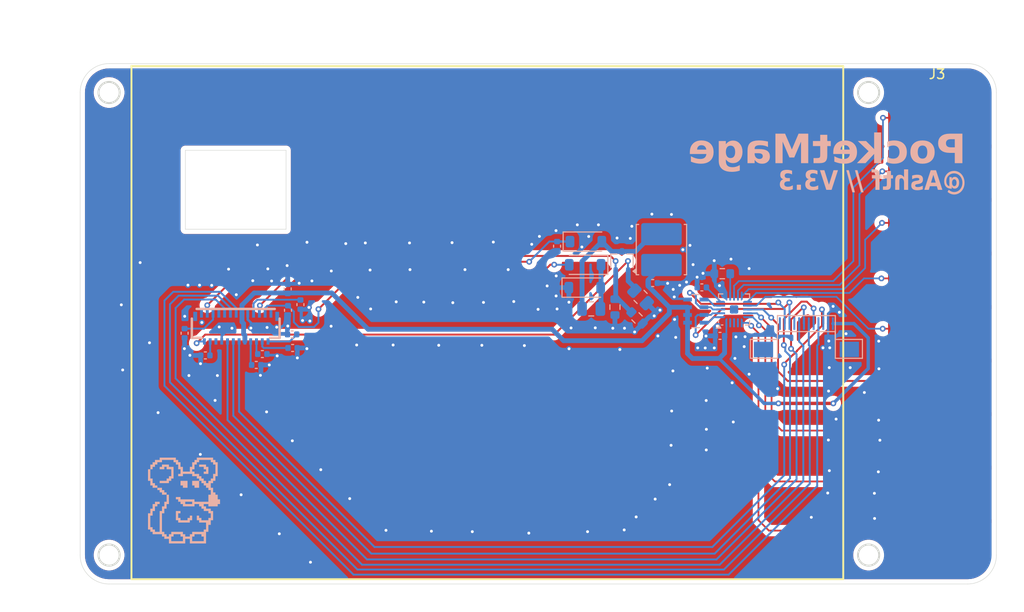
<source format=kicad_pcb>
(kicad_pcb (version 20241229) (generator "pcbnew") (generator_version "9.0")
  (layers (0 "F.Cu" signal) (2 "B.Cu" signal) (13 "F.Paste" user) (15 "B.Paste" user) (5 "F.SilkS" user "F.Silkscreen") (7 "B.SilkS" user "B.Silkscreen") (1 "F.Mask" user) (3 "B.Mask" user) (25 "Edge.Cuts" user))
  (net 0 "")
  (net 1 "GND")
  (net 2 "Net-(C1-Pad1)")
  (net 3 "Net-(C2-Pad2)")
  (net 5 "Net-(C4-Pad2)")
  (net 6 "Net-(C5-Pad1)")
  (net 7 "Net-(C6-Pad2)")
  (net 8 "Net-(C7-Pad2)")
  (net 9 "PREVGL")
  (net 10 "/VCOM")
  (net 11 "PREVGH")
  (net 12 "Net-(D1-K)")
  (net 13 "Net-(D3-A)")
  (net 14 "+3.3V")
  (net 15 "Net-(U1-VREG)")
  (net 16 "Net-(J3-Pin_4)")
  (net 17 "Net-(J3-Pin_9)")
  (net 18 "Net-(J3-Pin_6)")
  (net 19 "Net-(J3-Pin_8)")
  (net 20 "Net-(J3-Pin_7)")
  (net 21 "Net-(J3-Pin_5)")
  (net 25 "CS")
  (net 28 "RESE")
  (net 30 "D{slash}C")
  (net 31 "GDR")
  (net 33 "SDI")
  (net 34 "BUSY")
  (net 35 "SCLK")
  (net 36 "RES")
  (net 38 "Net-(J3-Pin_3)")
  (net 39 "Net-(J3-Pin_2)")
  (net 40 "Net-(J3-Pin_1)")
  (net 43 "I2C_SDA")
  (net 44 "I2C_SCL")
  (net 45 "Net-(U1-REXT)")
  (net 46 "Net-(RN1-R4.1)")
  (net 47 "Net-(RN1-R1.1)")
  (footprint "TouchSlider:TouchSlider-9_50x10mm" (layer "F.Cu") (at 122.46 103.648614 -90)
    (property "Reference" "J3")
    (property "Value" "CapacitiveTouch")
  )
  (footprint "Capacitor_SMD:C_0402_1005Metric" (layer "B.Cu") (at 46.66 107.09 180)
    (property "Reference" "C1" (hide yes))
    (property "Value" "1uF")
  )
  (footprint "Resistor_SMD:R_0603_1608Metric" (layer "B.Cu") (at 91.42 103.2 -45)
    (property "Reference" "R4" (hide yes))
    (property "Value" "1R")
  )
  (footprint "Resistor_SMD:R_0603_1608Metric" (layer "B.Cu") (at 100.2575 98.6125)
    (property "Reference" "R3" (hide yes))
    (property "Value" "75k")
  )
  (footprint "Capacitor_SMD:C_0402_1005Metric" (layer "B.Cu") (at 56.52 101.82 -90)
    (property "Reference" "C5" (hide yes))
    (property "Value" "1uF")
  )
  (footprint "Package_TO_SOT_SMD:SOT-323_SC-70" (layer "B.Cu") (at 89.8575 97.3025 90)
    (property "Reference" "Q1" (hide yes))
    (property "Value" "Si1308EDL")
  )
  (footprint "Capacitor_SMD:C_0402_1005Metric" (layer "B.Cu") (at 83.13 95.7525 90)
    (property "Reference" "C10" (hide yes))
    (property "Value" "1uF")
  )
  (footprint "Capacitor_SMD:C_0402_1005Metric" (layer "B.Cu") (at 55.2 100.19 -90)
    (property "Reference" "C3" (hide yes))
    (property "Value" "1uF")
  )
  (footprint "Resistor_SMD:R_0805_2012Metric" (layer "B.Cu") (at 91.79 101.02 -45)
    (property "Reference" "R2" (hide yes))
    (property "Value" "10k")
  )
  (footprint "Resistor_SMD:R_Array_Concave_4x0603" (layer "B.Cu") (at 97.5075 102.4925 180)
    (property "Reference" "RN1" (hide yes))
    (property "Value" "4x10k")
  )
  (footprint "Inductor_SMD:L_Cenker_CKCS5020" (layer "B.Cu") (at 93.95 96.11 90)
    (property "Reference" "L1" (hide yes))
    (property "Value" "10uH")
  )
  (footprint "Capacitor_SMD:C_0805_2012Metric" (layer "B.Cu") (at 86.67 102.2625 180)
    (property "Reference" "C11" (hide yes))
    (property "Value" "4.7uF")
  )
  (footprint "Capacitor_SMD:C_0402_1005Metric" (layer "B.Cu") (at 55.66 104.91)
    (property "Reference" "C9" (hide yes))
    (property "Value" "1uF")
  )
  (footprint "Capacitor_SMD:C_0402_1005Metric" (layer "B.Cu") (at 44.51 104.79 90)
    (property "Reference" "C2" (hide yes))
    (property "Value" "4.7uF")
  )
  (footprint "AFC01-S12FCA-00:AFC01-S12FCA-00" (layer "B.Cu") (at 108.98 103.79 180)
    (property "Reference" "J4" (hide yes))
    (property "Value" "Conn_01x12_Pin")
  )
  (footprint "LOGO" (layer "B.Cu") (at 44.505 122.175 180)
    (property "Reference" "G***" (hide yes))
    (property "Value" "LOGO" (hide yes))
  )
  (footprint "Capacitor_SMD:C_0402_1005Metric" (layer "B.Cu") (at 93.05 99.5825)
    (property "Reference" "C12" (hide yes))
    (property "Value" "4.7uF")
  )
  (footprint "Capacitor_SMD:C_0402_1005Metric" (layer "B.Cu") (at 100.02 105.0625 180)
    (property "Reference" "C14" (hide yes))
    (property "Value" "0.1uF")
  )
  (footprint "Capacitor_SMD:C_0402_1005Metric" (layer "B.Cu") (at 55.23 102.41 -90)
    (property "Reference" "C8" (hide yes))
    (property "Value" "1uF")
  )
  (footprint "Diode_SMD:D_SOD-123" (layer "B.Cu") (at 86.12 95.2825)
    (property "Reference" "D3" (hide yes))
    (property "Value" "MBR0530")
  )
  (footprint "Package_DFN_QFN:UQFN-20_3x3mm_P0.4mm" (layer "B.Cu") (at 101.48 102.3225)
    (property "Reference" "U1" (hide yes))
    (property "Value" "MPR121QR2")
  )
  (footprint "Capacitor_SMD:C_0402_1005Metric" (layer "B.Cu") (at 98.1375 100.0325 180)
    (property "Reference" "C13" (hide yes))
    (property "Value" "0.1uF")
  )
  (footprint "AFE03-S25FMA-1H:AFE03-S25FMA-1H" (layer "B.Cu") (at 49.86 104.20635)
    (property "Reference" "J2" (hide yes))
    (property "Value" "~")
  )
  (footprint "Resistor_SMD:R_0603_1608Metric" (layer "B.Cu") (at 89.13 102.08 -90)
    (property "Reference" "R1" (hide yes))
    (property "Value" "1R")
  )
  (footprint "Capacitor_SMD:C_0402_1005Metric" (layer "B.Cu") (at 51.94 108.08 180)
    (property "Reference" "C4" (hide yes))
    (property "Value" "1uF")
  )
  (footprint "Capacitor_SMD:C_0402_1005Metric" (layer "B.Cu") (at 55.71 106.32 180)
    (property "Reference" "C7" (hide yes))
    (property "Value" "1uF")
  )
  (footprint "Capacitor_SMD:C_0402_1005Metric" (layer "B.Cu") (at 52.57 106.95 180)
    (property "Reference" "C6" (hide yes))
    (property "Value" "1uF")
  )
  (footprint "Diode_SMD:D_SOD-123" (layer "B.Cu") (at 86 100.0525)
    (property "Reference" "D2" (hide yes))
    (property "Value" "MBR0530")
  )
  (footprint "Diode_SMD:D_SOD-123" (layer "B.Cu") (at 86.0375 97.6825 180)
    (property "Reference" "D1" (hide yes))
    (property "Value" "MBR0530")
  )
  (gr_poly (pts (xy 54.83 103.76) (xy 54.91 103.4) (xy 54.94 102.71) (xy 55.42 102.73) (xy 55.42 103.07) (xy 55.42 103.83) (xy 55.28 104.15)) (stroke (width 0.2)) (fill yes) (layer "B.Cu") (net 1))
  (gr_poly (pts (xy 82.28 96.31) (xy 82.2 96.36) (xy 82.77 96.06) (xy 83.4 96.06) (xy 83.39 96.45) (xy 82.74 96.86) (xy 82.09 97.03)) (stroke (width 0.2)) (fill yes) (layer "B.Cu") (net 1))
  (gr_poly (pts (xy 100.38 99.89) (xy 100.67 100.53) (xy 100.67 101.21) (xy 100.3 101) (xy 99.96 100.42) (xy 100.11 99.89)) (stroke (width 0.2)) (fill yes) (layer "B.Cu") (net 1))
  (gr_rect (start 39 77.07) (end 112.8 130.31) (stroke (width 0.2)) (fill no) (layer "F.SilkS"))
  (gr_circle (center 36.68 79.81) (end 37.78 79.81) (stroke (width 0.2)) (fill no) (layer "Edge.Cuts"))
  (gr_line (start 125.68 130.81) (end 36.68 130.81) (stroke (width 0.05)) (layer "Edge.Cuts"))
  (gr_line (start 44.5902 85.81) (end 44.5902 94) (stroke (width 0.05)) (layer "Edge.Cuts"))
  (gr_line (start 36.68 76.81) (end 52.64 76.81) (stroke (width 0.05)) (layer "Edge.Cuts"))
  (gr_line (start 33.68 127.81) (end 33.68 79.81) (stroke (width 0.05)) (layer "Edge.Cuts"))
  (gr_arc (start 33.68 79.81) (mid 34.55868 77.68868) (end 36.68 76.81) (stroke (width 0.05)) (layer "Edge.Cuts"))
  (gr_line (start 128.68 79.81) (end 128.68 127.81) (stroke (width 0.05)) (layer "Edge.Cuts"))
  (gr_circle (center 115.43 79.81) (end 116.53 79.81) (stroke (width 0.2)) (fill no) (layer "Edge.Cuts"))
  (gr_line (start 55.0302 85.81) (end 55.0302 94) (stroke (width 0.05)) (layer "Edge.Cuts"))
  (gr_arc (start 125.68 76.81) (mid 127.80132 77.68868) (end 128.68 79.81) (stroke (width 0.05)) (layer "Edge.Cuts"))
  (gr_arc (start 36.68 130.81) (mid 34.55868 129.93132) (end 33.68 127.81) (stroke (width 0.05)) (layer "Edge.Cuts"))
  (gr_circle (center 115.43 127.81) (end 116.53 127.81) (stroke (width 0.2)) (fill no) (layer "Edge.Cuts"))
  (gr_arc (start 128.68 127.81) (mid 127.80132 129.93132) (end 125.68 130.81) (stroke (width 0.05)) (layer "Edge.Cuts"))
  (gr_line (start 44.5902 85.81) (end 55.0302 85.81) (stroke (width 0.05)) (layer "Edge.Cuts"))
  (gr_circle (center 36.68 127.81) (end 37.78 127.81) (stroke (width 0.2)) (fill no) (layer "Edge.Cuts"))
  (gr_line (start 52.64 76.81) (end 125.68 76.81) (stroke (width 0.05)) (layer "Edge.Cuts"))
  (gr_line (start 44.5902 94) (end 55.0302 94) (stroke (width 0.05)) (layer "Edge.Cuts"))
  (gr_text "PocketMage" (at 125.54 87.65 0) (layer "B.SilkS") (effects (font (size 3 3) (thickness 0.3) (bold yes)) (justify left bottom mirror)))
  (gr_text "@Ashtf // V3.3" (at 125.54 90.25 0) (layer "B.SilkS") (effects (font (size 2 1.75) (thickness 0.25) (bold yes)) (justify left bottom mirror)))
  (via (at 53.14 98.11) (size 0.6) (drill 0.3) (layers "F.Cu" "B.Cu") (net 1))
  (via (at 94.99 92.46) (size 0.6) (drill 0.3) (layers "F.Cu" "B.Cu") (net 1))
  (via (at 66.13 106.01) (size 0.6) (drill 0.3) (layers "F.Cu" "B.Cu") (net 1))
  (via (at 83.02 94.14) (size 0.6) (drill 0.3) (layers "F.Cu" "B.Cu") (net 1))
  (via (at 74.34 125.38) (size 0.6) (drill 0.3) (layers "F.Cu" "B.Cu") (net 1))
  (via (at 73.58 98.19) (size 0.6) (drill 0.3) (layers "F.Cu" "B.Cu") (net 1))
  (via (at 75.5 101.59) (size 0.6) (drill 0.3) (layers "F.Cu" "B.Cu") (net 1))
  (via (at 90.12 104.27) (size 0.6) (drill 0.3) (layers "F.Cu" "B.Cu") (net 1))
  (via (at 54.06 104.16) (size 0.6) (drill 0.3) (layers "F.Cu" "B.Cu") (net 1))
  (via (at 46.16 107.95) (size 0.6) (drill 0.3) (layers "F.Cu" "B.Cu") (net 1))
  (via (at 52.06 95.63) (size 0.6) (drill 0.3) (layers "F.Cu" "B.Cu") (net 1))
  (via (at 63.74 98.23) (size 0.6) (drill 0.3) (layers "F.Cu" "B.Cu") (net 1))
  (via (at 98.61 114.76) (size 0.6) (drill 0.3) (layers "F.Cu" "B.Cu") (net 1))
  (via (at 98.6 116.9) (size 0.6) (drill 0.3) (layers "F.Cu" "B.Cu") (net 1))
  (via (at 88.91 104.27) (size 0.6) (drill 0.3) (layers "F.Cu" "B.Cu") (net 1))
  (via (at 84.36 101.57) (size 0.6) (drill 0.3) (layers "F.Cu" "B.Cu") (net 1))
  (via (at 111.35 108.36) (size 0.6) (drill 0.3) (layers "F.Cu" "B.Cu") (net 1))
  (via (at 46.14 117.36) (size 0.6) (drill 0.3) (layers "F.Cu" "B.Cu") (net 1))
  (via (at 54.33 125.6) (size 0.6) (drill 0.3) (layers "F.Cu" "B.Cu") (net 1))
  (via (at 111.75 102) (size 0.6) (drill 0.3) (layers "F.Cu" "B.Cu") (net 1))
  (via (at 96.17 96.12) (size 0.6) (drill 0.3) (layers "F.Cu" "B.Cu") (net 1))
  (via (at 96.55 99.48) (size 0.6) (drill 0.3) (layers "F.Cu" "B.Cu") (net 1))
  (via (at 46.3 103.67) (size 0.6) (drill 0.3) (layers "F.Cu" "B.Cu") (net 1))
  (via (at 89.64 106.48) (size 0.6) (drill 0.3) (layers "F.Cu" "B.Cu") (net 1))
  (via (at 90.72 94.95) (size 0.6) (drill 0.3) (layers "F.Cu" "B.Cu") (net 1))
  (via (at 80.2 125.53) (size 0.6) (drill 0.3) (layers "F.Cu" "B.Cu") (net 1))
  (via (at 81.16 102.31) (size 0.6) (drill 0.3) (layers "F.Cu" "B.Cu") (net 1))
  (via (at 47.67 111.76) (size 0.6) (drill 0.3) (layers "F.Cu" "B.Cu") (net 1))
  (via (at 49.42 104.27) (size 0.6) (drill 0.3) (layers "F.Cu" "B.Cu") (net 1))
  (via (at 53.53 99.37) (size 0.6) (drill 0.3) (layers "F.Cu" "B.Cu") (net 1))
  (via (at 37.95 101.84) (size 0.6) (drill 0.3) (layers "F.Cu" "B.Cu") (net 1))
  (via (at 67.83 95.42) (size 0.6) (drill 0.3) (layers "F.Cu" "B.Cu") (net 1))
  (via (at 90.88 93.69) (size 0.6) (drill 0.3) (layers "F.Cu" "B.Cu") (net 1))
  (via (at 44.86 99.8) (size 0.6) (drill 0.3) (layers "F.Cu" "B.Cu") (net 1))
  (via (at 98.49 106.32) (size 0.6) (drill 0.3) (layers "F.Cu" "B.Cu") (net 1))
  (via (at 116.47 113.81) (size 0.6) (drill 0.3) (layers "F.Cu" "B.Cu") (net 1))
  (via (at 113.09 104.84) (size 0.6) (drill 0.3) (layers "F.Cu" "B.Cu") (net 1))
  (via (at 85.7 95.84) (size 0.6) (drill 0.3) (layers "F.Cu" "B.Cu") (net 1))
  (via (at 97.71 106.31) (size 0.6) (drill 0.3) (layers "F.Cu" "B.Cu") (net 1))
  (via (at 65.39 125.24) (size 0.6) (drill 0.3) (layers "F.Cu" "B.Cu") (net 1))
  (via (at 98.26 98.57) (size 0.6) (drill 0.3) (layers "F.Cu" "B.Cu") (net 1))
  (via (at 49.87 100.79) (size 0.6) (drill 0.3) (layers "F.Cu" "B.Cu") (net 1))
  (via (at 93.8 102.39) (size 0.6) (drill 0.3) (layers "F.Cu" "B.Cu") (net 1))
  (via (at 99.43 106.32) (size 0.6) (drill 0.3) (layers "F.Cu" "B.Cu") (net 1))
  (via (at 70.1 125.33) (size 0.6) (drill 0.3) (layers "F.Cu" "B.Cu") (net 1))
  (via (at 84.58 104.24) (size 0.6) (drill 0.3) (layers "F.Cu" "B.Cu") (net 1))
  (via (at 111.3 105.6) (size 0.6) (drill 0.3) (layers "F.Cu" "B.Cu") (net 1))
  (via (at 51.58 99.34) (size 0.6) (drill 0.3) (layers "F.Cu" "B.Cu") (net 1))
  (via (at 95.43 105.22) (size 0.6) (drill 0.3) (layers "F.Cu" "B.Cu") (net 1))
  (via (at 59.72 98.33) (size 0.6) (drill 0.3) (layers "F.Cu" "B.Cu") (net 1))
  (via (at 84.37 106.4) (size 0.6) (drill 0.3) (layers "F.Cu" "B.Cu") (net 1))
  (via (at 57.4 102.11) (size 0.6) (drill 0.3) (layers "F.Cu" "B.Cu") (net 1))
  (via (at 69.31 101.56) (size 0.6) (drill 0.3) (layers "F.Cu" "B.Cu") (net 1))
  (via (at 76.52 95.33) (size 0.6) (drill 0.3) (layers "F.Cu" "B.Cu") (net 1))
  (via (at 39.9 97.46) (size 0.6) (drill 0.3) (layers "F.Cu" "B.Cu") (net 1))
  (via (at 57.19 106.39) (size 0.6) (drill 0.3) (layers "F.Cu" "B.Cu") (net 1))
  (via (at 95.17 100.24) (size 0.6) (drill 0.3) (layers "F.Cu" "B.Cu") (net 1))
  (via (at 49.07 98.14) (size 0.6) (drill 0.3) (layers "F.Cu" "B.Cu") (net 1))
  (via (at 51.38 104.255603) (size 0.6) (drill 0.3) (layers "F.Cu" "B.Cu") (net 1))
  (via (at 86.29 125.38) (size 0.6) (drill 0.3) (layers "F.Cu" "B.Cu") (net 1))
  (via (at 86.41 94.75) (size 0.6) (drill 0.3) (layers "F.Cu" "B.Cu") (net 1))
  (via (at 79.74 106.07) (size 0.6) (drill 0.3) (layers "F.Cu" "B.Cu") (net 1))
  (via (at 87.42 93.54) (size 0.6) (drill 0.3) (layers "F.Cu" "B.Cu") (net 1))
  (via (at 47.91 109.18) (size 0.6) (drill 0.3) (layers "F.Cu" "B.Cu") (net 1))
  (via (at 56.2 107.35) (size 0.6) (drill 0.3) (layers "F.Cu" "B.Cu") (net 1))
  (via (at 101.28 109.93) (size 0.6) (drill 0.3) (layers "F.Cu" "B.Cu") (net 1))
  (via (at 116.03 121.4) (size 0.6) (drill 0.3) (layers "F.Cu" "B.Cu") (net 1))
  (via (at 98.7 108.41) (size 0.6) (drill 0.3) (layers "F.Cu" "B.Cu") (net 1))
  (via (at 89.35 94.91) (size 0.6) (drill 0.3) (layers "F.Cu" "B.Cu") (net 1))
  (via (at 48.1 104.14) (size 0.6) (drill 0.3) (layers "F.Cu" "B.Cu") (net 1))
  (via (at 91.17 104.66) (size 0.6) (drill 0.3) (layers "F.Cu" "B.Cu") (net 1))
  (via (at 61.22 95.49) (size 0.6) (drill 0.3) (layers "F.Cu" "B.Cu") (net 1))
  (via (at 111.26 115.87) (size 0.6) (drill 0.3) (layers "F.Cu" "B.Cu") (net 1))
  (via (at 45.06 107.08) (size 0.6) (drill 0.3) (layers "F.Cu" "B.Cu") (net 1))
  (via (at 59.7 104.06) (size 0.6) (drill 0.3) (layers "F.Cu" "B.Cu") (net 1))
  (via (at 58.63 118.95) (size 0.6) (drill 0.3) (layers "F.Cu" "B.Cu") (net 1))
  (via (at 116.44 119.17) (size 0.6) (drill 0.3) (layers "F.Cu" "B.Cu") (net 1))
  (via (at 93.58 105.07) (size 0.6) (drill 0.3) (layers "F.Cu" "B.Cu") (net 1))
  (via (at 91.33 123.85) (size 0.6) (drill 0.3) (layers "F.Cu" "B.Cu") (net 1))
  (via (at 111.19 121.37) (size 0.6) (drill 0.3) (layers "F.Cu" "B.Cu") (net 1))
  (via (at 97.23 97.67) (size 0.6) (drill 0.3) (layers "F.Cu" "B.Cu") (net 1))
  (via (at 95.14 108.7) (size 0.6) (drill 0.3) (layers "F.Cu" "B.Cu") (net 1))
  (via (at 95.84 99.82) (size 0.6) (drill 0.3) (layers "F.Cu" "B.Cu") (net 1))
  (via (at 113.52 108.36) (size 0.6) (drill 0.3) (layers "F.Cu" "B.Cu") (net 1))
  (via (at 101.57 107.4) (size 0.6) (drill 0.3) (layers "F.Cu" "B.Cu") (net 1))
  (via (at 66.45 101.53) (size 0.6) (drill 0.3) (layers "F.Cu" "B.Cu") (net 1))
  (via (at 57.56 128.55) (size 0.6) (drill 0.3) (layers "F.Cu" "B.Cu") (net 1))
  (via (at 116.6 115.89) (size 0.6) (drill 0.3) (layers "F.Cu" "B.Cu") (net 1))
  (via (at 96.91 95.67) (size 0.6) (drill 0.3) (layers "F.Cu" "B.Cu") (net 1))
  (via (at 54.11 107.14) (size 0.6) (drill 0.3) (layers "F.Cu" "B.Cu") (net 1))
  (via (at 62.47 101.07) (size 0.6) (drill 0.3) (layers "F.Cu" "B.Cu") (net 1))
  (via (at 101.4 114) (size 0.6) (drill 0.3) (layers "F.Cu" "B.Cu") (net 1))
  (via (at 116.48 105.61) (size 0.6) (drill 0.3) (layers "F.Cu" "B.Cu") (net 1))
  (via (at 101.16 97.1) (size 0.6) (drill 0.3) (layers "F.Cu" "B.Cu") (net 1))
  (via (at 114.99 110.94) (size 0.6) (drill 0.3) (layers "F.Cu" "B.Cu") (net 1))
  (via (at 99.74 104.04) (size 0.6) (drill 0.3) (layers "F.Cu" "B.Cu") (net 1))
  (via (at 94.59 99.61) (size 0.6) (drill 0.3) (layers "F.Cu" "B.Cu") (net 1))
  (via (at 62.35 106.01) (size 0.6) (drill 0.3) (layers "F.Cu" "B.Cu") (net 1))
  (via (at 94.95 116.42) (size 0.6) (drill 0.3) (layers "F.Cu" "B.Cu") (net 1))
  (via (at 102.53 106.18) (size 0.6) (drill 0.3) (layers "F.Cu" "B.Cu") (net 1))
  (via (at 83.03 100.92) (size 0.6) (drill 0.3) (layers "F.Cu" "B.Cu") (net 1))
  (via (at 103.04 98.08) (size 0.6) (drill 0.3) (layers "F.Cu" "B.Cu") (net 1))
  (via (at 72.32 101.62) (size 0.6) (drill 0.3) (layers "F.Cu" "B.Cu") (net 1))
  (via (at 110.7 106.3) (size 0.6) (drill 0.3) (layers "F.Cu" "B.Cu") (net 1))
  (via (at 99.97 99.85) (size 0.6) (drill 0.3) (layers "F.Cu" "B.Cu") (net 1))
  (via (at 82.1 99.88) (size 0.6) (drill 0.3) (layers "F.Cu" "B.Cu") (net 1))
  (via (at 99.42 97.26) (size 0.6) (drill 0.3) (layers "F.Cu" "B.Cu") (net 1))
  (via (at 80.5 95.56) (size 0.6) (drill 0.3) (layers "F.Cu" "B.Cu") (net 1))
  (via (at 53.01 112.95) (size 0.6) (drill 0.3) (layers "F.Cu" "B.Cu") (net 1))
  (via (at 116.5 108.48) (size 0.6) (drill 0.3) (layers "F.Cu" "B.Cu") (net 1))
  (via (at 41.76 113.03) (size 0.6) (drill 0.3) (layers "F.Cu" "B.Cu") (net 1))
  (via (at 55.14 97.77) (size 0.6) (drill 0.3) (layers "F.Cu" "B.Cu") (net 1))
  (via (at 78.64 101.5) (size 0.6) (drill 0.3) (layers "F.Cu" "B.Cu") (net 1))
  (via (at 44.52 103.03) (size 0.6) (drill 0.3) (layers "F.Cu" "B.Cu") (net 1))
  (via (at 63.25 95.42) (size 0.6) (drill 0.3) (layers "F.Cu" "B.Cu") (net 1))
  (via (at 97.65 98.97) (size 0.6) (drill 0.3) (layers "F.Cu" "B.Cu") (net 1))
  (via (at 83.13 102.27) (size 0.6) (drill 0.3) (layers "F.Cu" "B.Cu") (net 1))
  (via (at 44.49 106.39) (size 0.6) (drill 0.3) (layers "F.Cu" "B.Cu") (net 1))
  (via (at 95.28 101.02) (size 0.6) (drill 0.3) (layers "F.Cu" "B.Cu") (net 1))
  (via (at 46.06 99.8) (size 0.6) (drill 0.3) (layers "F.Cu" "B.Cu") (net 1))
  (via (at 55.68 115.95) (size 0.6) (drill 0.3) (layers "F.Cu" "B.Cu") (net 1))
  (via (at 106 110.54) (size 0.6) (drill 0.3) (layers "F.Cu" "B.Cu") (net 1))
  (via (at 70.86 106.04) (size 0.6) (drill 0.3) (layers "F.Cu" "B.Cu") (net 1))
  (via (at 112.4 102.61) (size 0.6) (drill 0.3) (layers "F.Cu" "B.Cu") (net 1))
  (via (at 75.33 106.04) (size 0.6) (drill 0.3) (layers "F.Cu" "B.Cu") (net 1))
  (via (at 53.06 104.19) (size 0.6) (drill 0.3) (layers "F.Cu" "B.Cu") (net 1))
  (via (at 87.09 104.23) (size 0.6) (drill 0.3) (layers "F.Cu" "B.Cu") (net 1))
  (via (at 116.05 124.01) (size 0.6) (drill 0.3) (layers "F.Cu" "B.Cu") (net 1))
  (via (at 111.28 110.79) (size 0.6) (drill 0.3) (layers "F.Cu" "B.Cu") (net 1))
  (via (at 92.96 92.43) (size 0.6) (drill 0.3) (layers "F.Cu" "B.Cu") (net 1))
  (via (at 50.37 121.55) (size 0.6) (drill 0.3) (layers "F.Cu" "B.Cu") (net 1))
  (via (at 111.4 106.3) (size 0.6) (drill 0.3) (layers "F.Cu" "B.Cu") (net 1))
  (via (at 95.31 103.36) (size 0.6) (drill 0.3) (layers "F.Cu" "B.Cu") (net 1))
  (via (at 78.06 98.19) (size 0.6) (drill 0.3) (layers "F.Cu" "B.Cu") (net 1))
  (via (at 44.96 109.18) (size 0.6) (drill 0.3) (layers "F.Cu" "B.Cu") (net 1))
  (via (at 61.63 121.95) (size 0.6) (drill 0.3) (layers "F.Cu" "B.Cu") (net 1))
  (via (at 57.5 103.52) (size 0.6) (drill 0.3) (layers "F.Cu" "B.Cu") (net 1))
  (via (at 109.49 123.89) (size 0.6) (drill 0.3) (layers "F.Cu" "B.Cu") (net 1))
  (via (at 56.39 99.6) (size 0.6) (drill 0.3) (layers "F.Cu" "B.Cu") (net 1))
  (via (at 101.67 105.17) (size 0.6) (drill 0.3) (layers "F.Cu" "B.Cu") (net 1))
  (via (at 40.87 105.78) (size 0.6) (drill 0.3) (layers "F.Cu" "B.Cu") (net 1))
  (via (at 83.04 98.84) (size 0.6) (drill 0.3) (layers "F.Cu" "B.Cu") (net 1))
  (via (at 56.74 103.47) (size 0.6) (drill 0.3) (layers "F.Cu" "B.Cu") (net 1))
  (via (at 94.8 120.5) (size 0.6) (drill 0.3) (layers "F.Cu" "B.Cu") (net 1))
  (via (at 95.01 112.86) (size 0.6) (drill 0.3) (layers "F.Cu" "B.Cu") (net 1))
  (via (at 52.37 109.16) (size 0.6) (drill 0.3) (layers "F.Cu" "B.Cu") (net 1))
  (via (at 67.88 98.19) (size 0.6) (drill 0.3) (layers "F.Cu" "B.Cu") (net 1))
  (via (at 93.2 102.99) (size 0.6) (drill 0.3) (layers "F.Cu" "B.Cu") (net 1))
  (via (at 112.06 113.7) (size 0.6) (drill 0.3) (layers "F.Cu" "B.Cu") (net 1))
  (via (at 85.23 93.54) (size 0.6) (drill 0.3) (layers "F.Cu" "B.Cu") (net 1))
  (via (at 102.62 105.15) (size 0.6) (drill 0.3) (layers "F.Cu" "B.Cu") (net 1))
  (via (at 98.57 105.08) (size 0.6) (drill 0.3) (layers "F.Cu" "B.Cu") (net 1))
  (via (at 53.29 108.08) (size 0.6) (drill 0.3) (layers "F.Cu" "B.Cu") (net 1))
  (via (at 111.36 119.05) (size 0.6) (drill 0.3) (layers "F.Cu" "B.Cu") (net 1))
  (via (at 103.04 109.04) (size 0.6) (drill 0.3) (layers "F.Cu" "B.Cu") (net 1))
  (via (at 57.71 99.36) (size 0.6) (drill 0.3) (layers "F.Cu" "B.Cu") (net 1))
  (via (at 98.59 111.77) (size 0.6) (drill 0.3) (layers "F.Cu" "B.Cu") (net 1))
  (via (at 90.09 125.2) (size 0.6) (drill 0.3) (layers "F.Cu" "B.Cu") (net 1))
  (via (at 55.21 104.04) (size 0.6) (drill 0.3) (layers "F.Cu" "B.Cu") (net 1))
  (via (at 57.2 95.35) (size 0.6) (drill 0.3) (layers "F.Cu" "B.Cu") (net 1))
  (via (at 47.32 99.82) (size 0.6) (drill 0.3) (layers "F.Cu" "B.Cu") (net 1))
  (via (at 72.24 95.39) (size 0.6) (drill 0.3) (layers "F.Cu" "B.Cu") (net 1))
  (via (at 93.3 122) (size 0.6) (drill 0.3) (layers "F.Cu" "B.Cu") (net 1))
  (via (at 63.8 102.27) (size 0.6) (drill 0.3) (layers "F.Cu" "B.Cu") (net 1))
  (via (at 81.3 94.74) (size 0.6) (drill 0.3) (layers "F.Cu" "B.Cu") (net 1))
  (via (at 38.09 108.6) (size 0.6) (drill 0.3) (layers "F.Cu" "B.Cu") (net 1))
  (segment (start 111.23 103.79) (end 111.23 105.27) (width 0.25) (layer "B.Cu") (net 1))
  (segment (start 48.3603 105.64365) (end 48.3603 105.06865) (width 0.25) (layer "B.Cu") (net 1))
  (segment (start 111.23 103.79) (end 111.23 102.77) (width 0.25) (layer "B.Cu") (net 1))
  (segment (start 49.15895 104.27) (end 49.42 104.27) (width 0.25) (layer "B.Cu") (net 1))
  (segment (start 51.38 103.68835) (end 51.0603 103.36865) (width 0.25) (layer "B.Cu") (net 1))
  (segment (start 51.38 104.255603) (end 51.38 103.68835) (width 0.25) (layer "B.Cu") (net 1))
  (segment (start 48.3603 105.06865) (end 49.15895 104.27) (width 0.25) (layer "B.Cu") (net 1))
  (segment (start 51.0603 103.36865) (end 51.0603 102.76855) (width 0.25) (layer "B.Cu") (net 1))
  (segment (start 111.23 105.27) (end 111.2 105.3) (width 0.25) (layer "B.Cu") (net 1))
  (segment (start 111.23 102.77) (end 111.6 102.4) (width 0.25) (layer "B.Cu") (net 1))
  (segment (start 47.1601 107.0699) (end 47.14 107.09) (width 0.2) (layer "B.Cu") (net 2))
  (segment (start 47.1601 105.64365) (end 47.1601 107.0699) (width 0.2) (layer "B.Cu") (net 2))
  (segment (start 46.51865 104.31) (end 44.51 104.31) (width 0.2) (layer "B.Cu") (net 3))
  (segment (start 47.4601 103.36855) (end 46.51865 104.31) (width 0.2) (layer "B.Cu") (net 3))
  (segment (start 47.4601 102.76855) (end 47.4601 103.36855) (width 0.2) (layer "B.Cu") (net 3))
  (segment (start 51.3603 105.64365) (end 51.3603 107.9803) (width 0.2) (layer "B.Cu") (net 5))
  (segment (start 51.3603 107.9803) (end 51.46 108.08) (width 0.2) (layer "B.Cu") (net 5))
  (segment (start 52.05 101.31) (end 56.69 101.31) (width 0.2) (layer "B.Cu") (net 6))
  (segment (start 51.6602 102.76855) (end 51.6602 101.6998) (width 0.2) (layer "B.Cu") (net 6))
  (segment (start 56.69 101.31) (end 56.7 101.32) (width 0.2) (layer "B.Cu") (net 6))
  (segment (start 51.6602 101.6998) (end 52.05 101.31) (width 0.2) (layer "B.Cu") (net 6))
  (segment (start 51.9599 105.64385) (end 51.9599 106.8199) (width 0.2) (layer "B.Cu") (net 7))
  (segment (start 51.9599 106.8199) (end 52.09 106.95) (width 0.2) (layer "B.Cu") (net 7))
  (segment (start 52.5601 106.16915) (end 52.71095 106.32) (width 0.2) (layer "B.Cu") (net 8))
  (segment (start 52.71095 106.32) (end 55.23 106.32) (width 0.2) (layer "B.Cu") (net 8))
  (segment (start 52.5601 105.64415) (end 52.5601 106.16915) (width 0.2) (layer "B.Cu") (net 8))
  (segment (start 82.434314 97.67) (end 80.964314 99.14) (width 0.2) (layer "F.Cu") (net 9))
  (segment (start 80.964314 99.14) (end 61.539341 99.14) (width 0.2) (layer "F.Cu") (net 9))
  (segment (start 61.539341 99.14) (end 58.389341 102.29) (width 0.2) (layer "F.Cu") (net 9))
  (segment (start 82.83 97.67) (end 82.434314 97.67) (width 0.2) (layer "F.Cu") (net 9))
  (via (at 82.83 97.67) (size 0.6) (drill 0.3) (layers "F.Cu" "B.Cu") (net 9))
  (via (at 58.389341 102.29) (size 0.6) (drill 0.3) (layers "F.Cu" "B.Cu") (net 9))
  (segment (start 84.3875 97.6825) (end 82.8475 97.6825) (width 0.2) (layer "B.Cu") (net 9))
  (segment (start 53.09815 101.93) (end 52.8596 102.16855) (width 0.2) (layer "B.Cu") (net 9))
  (segment (start 82.83 97.7) (end 82.83 97.67) (width 0.2) (layer "B.Cu") (net 9))
  (segment (start 55.23 101.93) (end 53.09815 101.93) (width 0.2) (layer "B.Cu") (net 9))
  (segment (start 58.389341 103.680659) (end 57.93 104.14) (width 0.2) (layer "B.Cu") (net 9))
  (segment (start 58.389341 102.29) (end 58.389341 103.680659) (width 0.2) (layer "B.Cu") (net 9))
  (segment (start 82.8475 97.6825) (end 82.83 97.7) (width 0.2) (layer "B.Cu") (net 9))
  (segment (start 55.84 103.64) (end 55.84 102.54) (width 0.2) (layer "B.Cu") (net 9))
  (segment (start 52.8596 102.16855) (end 52.8596 102.76855) (width 0.2) (layer "B.Cu") (net 9))
  (segment (start 57.93 104.14) (end 56.34 104.14) (width 0.2) (layer "B.Cu") (net 9))
  (segment (start 56.34 104.14) (end 55.84 103.64) (width 0.2) (layer "B.Cu") (net 9))
  (segment (start 55.84 102.54) (end 55.23 101.93) (width 0.2) (layer "B.Cu") (net 9))
  (segment (start 55.40585 105.64415) (end 56.14 104.91) (width 0.2) (layer "B.Cu") (net 10))
  (segment (start 53.1601 105.64415) (end 55.40585 105.64415) (width 0.2) (layer "B.Cu") (net 10))
  (segment (start 80.24 97.37) (end 56.858164 97.37) (width 0.2) (layer "F.Cu") (net 11))
  (segment (start 56.858164 97.37) (end 52.318165 101.909999) (width 0.2) (layer "F.Cu") (net 11))
  (via (at 52.318165 101.909999) (size 0.6) (drill 0.3) (layers "F.Cu" "B.Cu") (net 11))
  (via (at 80.24 97.37) (size 0.6) (drill 0.3) (layers "F.Cu" "B.Cu") (net 11))
  (segment (start 52.2602 101.967964) (end 52.2602 102.76855) (width 0.2) (layer "B.Cu") (net 11))
  (segment (start 82.3275 95.2725) (end 83.13 95.2725) (width 0.2) (layer "B.Cu") (net 11))
  (segment (start 80.9 96.71) (end 80.9 96.7) (width 0.2) (layer "B.Cu") (net 11))
  (segment (start 52.318165 101.909999) (end 52.2602 101.967964) (width 0.2) (layer "B.Cu") (net 11))
  (segment (start 80.9 96.7) (end 82.3275 95.2725) (width 0.2) (layer "B.Cu") (net 11))
  (segment (start 83.13 95.2725) (end 84.46 95.2725) (width 0.25) (layer "B.Cu") (net 11))
  (segment (start 80.24 97.37) (end 80.9 96.71) (width 0.2) (layer "B.Cu") (net 11))
  (segment (start 84.46 95.2725) (end 84.47 95.2825) (width 0.25) (layer "B.Cu") (net 11))
  (segment (start 87.6875 97.6825) (end 87.6875 102.195) (width 0.5) (layer "B.Cu") (net 12))
  (segment (start 87.6875 102.195) (end 87.62 102.2625) (width 0.5) (layer "B.Cu") (net 12))
  (segment (start 87.77 95.2825) (end 85.72 97.3325) (width 0.5) (layer "B.Cu") (net 13))
  (segment (start 91.2575 96.3025) (end 92.3375 95.2225) (width 0.5) (layer "B.Cu") (net 13))
  (segment (start 92.3375 95.2225) (end 93.75 95.2225) (width 0.5) (layer "B.Cu") (net 13))
  (segment (start 85.72 97.3325) (end 85.72 102.2625) (width 0.5) (layer "B.Cu") (net 13))
  (segment (start 88.79 96.3025) (end 87.77 95.2825) (width 0.5) (layer "B.Cu") (net 13))
  (segment (start 89.8575 96.3025) (end 88.79 96.3025) (width 0.5) (layer "B.Cu") (net 13))
  (segment (start 89.8575 96.3025) (end 91.2575 96.3025) (width 0.5) (layer "B.Cu") (net 13))
  (segment (start 111.77 112.07) (end 106.08 112.07) (width 0.35) (layer "F.Cu") (net 14))
  (via (at 106.08 112.07) (size 0.6) (drill 0.3) (layers "F.Cu" "B.Cu") (net 14))
  (via (at 111.77 112.07) (size 0.6) (drill 0.3) (layers "F.Cu" "B.Cu") (net 14))
  (segment (start 51.71865 100.61) (end 59.77 100.61) (width 0.5) (layer "B.Cu") (net 14))
  (segment (start 113.91 103.79) (end 115.39 105.27) (width 0.35) (layer "B.Cu") (net 14))
  (segment (start 50.7603 105.64365) (end 50.7603 104.99895) (width 0.5) (layer "B.Cu") (net 14))
  (segment (start 93.75 98.2225) (end 93.620001 98.2225) (width 0.5) (layer "B.Cu") (net 14))
  (segment (start 50.4601 102.76855) (end 50.4601 101.86855) (width 0.5) (layer "B.Cu") (net 14))
  (segment (start 83.8 105.56) (end 91.94 105.56) (width 0.5) (layer "B.Cu") (net 14))
  (segment (start 92.57 99.5325) (end 92.57 99.4025) (width 0.25) (layer "B.Cu") (net 14))
  (segment (start 92.57 99.272501) (end 92.57 99.5825) (width 0.5) (layer "B.Cu") (net 14))
  (segment (start 96.6575 103.6925) (end 96.6575 106.8975) (width 0.5) (layer "B.Cu") (net 14))
  (segment (start 94.770001 102.729999) (end 94.770001 102.0925) (width 0.5) (layer "B.Cu") (net 14))
  (segment (start 93.620001 98.2225) (end 92.57 99.272501) (width 0.5) (layer "B.Cu") (net 14))
  (segment (start 100.68 104.8825) (end 100.5 105.0625) (width 0.18) (layer "B.Cu") (net 14))
  (segment (start 92.57 99.5825) (end 92.57 99.892499) (width 0.5) (layer "B.Cu") (net 14))
  (segment (start 96.6575 102.0925) (end 96.6575 103.6925) (width 0.5) (layer "B.Cu") (net 14))
  (segment (start 111.73 103.79) (end 113.91 103.79) (width 0.35) (layer "B.Cu") (net 14))
  (segment (start 115.39 108.45) (end 111.77 112.07) (width 0.35) (layer "B.Cu") (net 14))
  (segment (start 106.08 112.07) (end 104.6 112.07) (width 0.35) (layer "B.Cu") (net 14))
  (segment (start 115.39 105.27) (end 115.39 108.45) (width 0.35) (layer "B.Cu") (net 14))
  (segment (start 97.17 107.41) (end 99.94 107.41) (width 0.5) (layer "B.Cu") (net 14))
  (segment (start 92.57 99.892499) (end 94.770001 102.0925) (width 0.5) (layer "B.Cu") (net 14))
  (segment (start 82.615 104.375) (end 83.8 105.56) (width 0.5) (layer "B.Cu") (net 14))
  (segment (start 104.6 112.07) (end 99.94 107.41) (width 0.35) (layer "B.Cu") (net 14))
  (segment (start 94.770001 102.0925) (end 96.6575 102.0925) (width 0.5) (layer "B.Cu") (net 14))
  (segment (start 91.94 105.56) (end 94.770001 102.729999) (width 0.5) (layer "B.Cu") (net 14))
  (segment (start 99.94 107.41) (end 100.5 106.85) (width 0.5) (layer "B.Cu") (net 14))
  (segment (start 50.4601 101.86855) (end 51.71865 100.61) (width 0.5) (layer "B.Cu") (net 14))
  (segment (start 63.535 104.375) (end 82.615 104.375) (width 0.5) (layer "B.Cu") (net 14))
  (segment (start 50.63 104.86865) (end 50.63 103.78825) (width 0.5) (layer "B.Cu") (net 14))
  (segment (start 96.6575 106.8975) (end 97.17 107.41) (width 0.5) (layer "B.Cu") (net 14))
  (segment (start 50.4601 103.61835) (end 50.4601 102.76855) (width 0.5) (layer "B.Cu") (net 14))
  (segment (start 100.5 106.85) (end 100.5 105.0625) (width 0.5) (layer "B.Cu") (net 14))
  (segment (start 59.77 100.61) (end 63.535 104.375) (width 0.5) (layer "B.Cu") (net 14))
  (segment (start 100.68 103.71) (end 100.68 104.8825) (width 0.18) (layer "B.Cu") (net 14))
  (segment (start 50.63 103.78825) (end 50.4601 103.61835) (width 0.5) (layer "B.Cu") (net 14))
  (segment (start 50.7603 104.99895) (end 50.63 104.86865) (width 0.5) (layer "B.Cu") (net 14))
  (segment (start 100.0925 101.5225) (end 98.6175 100.0475) (width 0.18) (layer "B.Cu") (net 15))
  (segment (start 98.6175 100.0475) (end 98.6175 100.0325) (width 0.18) (layer "B.Cu") (net 15))
  (segment (start 116.76 99.100278) (end 118.84 99.100278) (width 0.18) (layer "F.Cu") (net 16))
  (via (at 116.76 99.100278) (size 0.6) (drill 0.3) (layers "F.Cu" "B.Cu") (net 16))
  (segment (start 114.949722 99.100278) (end 113.44 100.61) (width 0.18) (layer "B.Cu") (net 16))
  (segment (start 116.76 99.100278) (end 114.949722 99.100278) (width 0.18) (layer "B.Cu") (net 16))
  (segment (start 113.44 100.61) (end 103.78 100.61) (width 0.18) (layer "B.Cu") (net 16))
  (segment (start 103.78 100.61) (end 102.8675 101.5225) (width 0.18) (layer "B.Cu") (net 16))
  (segment (start 121.34 125.551757) (end 121.34 126.47759) (width 0.18) (layer "F.Cu") (net 17))
  (segment (start 103.26 104.02) (end 104.01 104.77) (width 0.18) (layer "F.Cu") (net 17))
  (segment (start 104.01 104.77) (end 104.01 124.19) (width 0.18) (layer "F.Cu") (net 17))
  (segment (start 104.01 124.19) (end 105.09 125.27) (width 0.18) (layer "F.Cu") (net 17))
  (segment (start 121.058243 125.27) (end 121.34 125.551757) (width 0.18) (layer "F.Cu") (net 17))
  (segment (start 105.09 125.27) (end 121.058243 125.27) (width 0.18) (layer "F.Cu") (net 17))
  (via (at 103.26 104.02) (size 0.6) (drill 0.3) (layers "F.Cu" "B.Cu") (net 17))
  (segment (start 102.95 103.71) (end 102.28 103.71) (width 0.18) (layer "B.Cu") (net 17))
  (segment (start 103.26 104.02) (end 102.95 103.71) (width 0.18) (layer "B.Cu") (net 17))
  (segment (start 105.33 103.17) (end 106.04 103.88) (width 0.2) (layer "F.Cu") (net 18))
  (segment (start 119.33 109.74) (end 119.34 109.73) (width 0.2) (layer "F.Cu") (net 18))
  (segment (start 106.04 103.88) (end 106.04 108.74) (width 0.2) (layer "F.Cu") (net 18))
  (segment (start 118.158612 109.53) (end 118.84 110.211388) (width 0.18) (layer "F.Cu") (net 18))
  (segment (start 107.04 109.74) (end 119.33 109.74) (width 0.2) (layer "F.Cu") (net 18))
  (segment (start 106.04 108.74) (end 107.04 109.74) (width 0.2) (layer "F.Cu") (net 18))
  (via (at 105.33 103.17) (size 0.6) (drill 0.3) (layers "F.Cu" "B.Cu") (net 18))
  (segment (start 102.8675 102.3225) (end 104.4825 102.3225) (width 0.2) (layer "B.Cu") (net 18))
  (segment (start 104.4825 102.3225) (end 105.33 103.17) (width 0.2) (layer "B.Cu") (net 18))
  (segment (start 105.71 120.17) (end 119.73 120.17) (width 0.18) (layer "F.Cu") (net 19))
  (segment (start 104.058771 103.975624) (end 104.253319 103.975624) (width 0.18) (layer "F.Cu") (net 19))
  (segment (start 104.72 104.442305) (end 104.72 119.18) (width 0.18) (layer "F.Cu") (net 19))
  (segment (start 104.72 119.18) (end 105.71 120.17) (width 0.18) (layer "F.Cu") (net 19))
  (segment (start 104.253319 103.975624) (end 104.72 104.442305) (width 0.18) (layer "F.Cu") (net 19))
  (via (at 104.058771 103.975624) (size 0.6) (drill 0.3) (layers "F.Cu" "B.Cu") (net 19))
  (segment (start 103.419991 103.1225) (end 102.8675 103.1225) (width 0.18) (layer "B.Cu") (net 19))
  (segment (start 104.058771 103.975624) (end 104.058771 103.76128) (width 0.18) (layer "B.Cu") (net 19))
  (segment (start 104.058771 103.76128) (end 103.419991 103.1225) (width 0.18) (layer "B.Cu") (net 19))
  (segment (start 104.284592 103.152713) (end 104.284592 103.152716) (width 0.18) (layer "F.Cu") (net 20))
  (segment (start 118.533057 115.46) (end 118.84 115.766943) (width 0.18) (layer "F.Cu") (net 20))
  (segment (start 106.42 114.89) (end 119.3 114.89) (width 0.18) (layer "F.Cu") (net 20))
  (segment (start 105.37 104.238124) (end 105.37 113.84) (width 0.18) (layer "F.Cu") (net 20))
  (segment (start 104.284592 103.152716) (end 105.37 104.238124) (width 0.18) (layer "F.Cu") (net 20))
  (segment (start 105.37 113.84) (end 106.42 114.89) (width 0.18) (layer "F.Cu") (net 20))
  (via (at 104.284592 103.152713) (size 0.6) (drill 0.3) (layers "F.Cu" "B.Cu") (net 20))
  (segment (start 103.854376 102.7225) (end 102.8675 102.7225) (width 0.18) (layer "B.Cu") (net 20))
  (segment (start 104.284592 103.152713) (end 104.04028 102.908401) (width 0.18) (layer "B.Cu") (net 20))
  (segment (start 104.04028 102.908401) (end 104.040277 102.908401) (width 0.18) (layer "B.Cu") (net 20))
  (segment (start 104.040277 102.908401) (end 103.854376 102.7225) (width 0.18) (layer "B.Cu") (net 20))
  (segment (start 118.504167 104.32) (end 118.84 104.655833) (width 0.18) (layer "F.Cu") (net 21))
  (segment (start 116.89 104.32) (end 118.504167 104.32) (width 0.18) (layer "F.Cu") (net 21))
  (via (at 116.89 104.32) (size 0.6) (drill 0.3) (layers "F.Cu" "B.Cu") (net 21))
  (segment (start 102.8675 101.9225) (end 103.7975 101.9225) (width 0.18) (layer "B.Cu") (net 21))
  (segment (start 112.1 101.01) (end 115.41 104.32) (width 0.18) (layer "B.Cu") (net 21))
  (segment (start 103.7975 101.9225) (end 104.71 101.01) (width 0.18) (layer "B.Cu") (net 21))
  (segment (start 104.71 101.01) (end 112.1 101.01) (width 0.18) (layer "B.Cu") (net 21))
  (segment (start 115.41 104.32) (end 116.89 104.32) (width 0.18) (layer "B.Cu") (net 21))
  (segment (start 109.019 101.509) (end 109.73 102.22) (width 0.2) (layer "F.Cu") (net 25))
  (segment (start 108.461057 101.509) (end 109.019 101.509) (width 0.2) (layer "F.Cu") (net 25))
  (segment (start 106.64 103.330057) (end 108.461057 101.509) (width 0.2) (layer "F.Cu") (net 25))
  (segment (start 106.64 106.02) (end 106.64 103.330057) (width 0.2) (layer "F.Cu") (net 25))
  (via (at 106.64 106.02) (size 0.6) (drill 0.3) (layers "F.Cu" "B.Cu") (net 25))
  (via (at 109.73 102.22) (size 0.6) (drill 0.3) (layers "F.Cu" "B.Cu") (net 25))
  (segment (start 63.87 127.66) (end 49.5602 113.3502) (width 0.2) (layer "B.Cu") (net 25))
  (segment (start 106.789 106.648943) (end 107.28 107.139943) (width 0.2) (layer "B.Cu") (net 25))
  (segment (start 99.47 127.66) (end 63.87 127.66) (width 0.2) (layer "B.Cu") (net 25))
  (segment (start 106.789 106.169) (end 106.789 106.648943) (width 0.2) (layer "B.Cu") (net 25))
  (segment (start 106.64 106.02) (end 106.789 106.169) (width 0.2) (layer "B.Cu") (net 25))
  (segment (start 107.28 107.139943) (end 107.28 119.85) (width 0.2) (layer "B.Cu") (net 25))
  (segment (start 49.5602 113.3502) (end 49.5602 105.64365) (width 0.2) (layer "B.Cu") (net 25))
  (segment (start 107.28 119.85) (end 99.47 127.66) (width 0.2) (layer "B.Cu") (net 25))
  (segment (start 109.73 102.22) (end 109.73 103.79) (width 0.2) (layer "B.Cu") (net 25))
  (segment (start 88.67 96.77) (end 89.2 97.3) (width 0.2) (layer "F.Cu") (net 28))
  (segment (start 46.86 101.89) (end 51.98 96.77) (width 0.2) (layer "F.Cu") (net 28))
  (segment (start 51.98 96.77) (end 88.67 96.77) (width 0.2) (layer "F.Cu") (net 28))
  (via (at 89.2 97.3) (size 0.6) (drill 0.3) (layers "F.Cu" "B.Cu") (net 28))
  (via (at 46.86 101.89) (size 0.6) (drill 0.3) (layers "F.Cu" "B.Cu") (net 28))
  (segment (start 89.2075 99.7475) (end 89.1875 99.7675) (width 0.5) (layer "B.Cu") (net 28))
  (segment (start 89.475 101.255) (end 90.836637 102.616637) (width 0.5) (layer "B.Cu") (net 28))
  (segment (start 46.86 101.89) (end 46.86 101.92) (width 0.2) (layer "B.Cu") (net 28))
  (segment (start 46.86 101.92) (end 46.8601 101.9201) (width 0.2) (layer "B.Cu") (net 28))
  (segment (start 89.2075 98.3025) (end 89.2075 99.7475) (width 0.5) (layer "B.Cu") (net 28))
  (segment (start 89.2 97.3) (end 89.2 98.295) (width 0.2) (layer "B.Cu") (net 28))
  (segment (start 89.13 101.255) (end 89.475 101.255) (width 0.5) (layer "B.Cu") (net 28))
  (segment (start 89.2 98.295) (end 89.2075 98.3025) (width 0.2) (layer "B.Cu") (net 28))
  (segment (start 46.8601 101.9201) (end 46.8601 102.76855) (width 0.2) (layer "B.Cu") (net 28))
  (segment (start 89.2075 101.1775) (end 89.13 101.255) (width 0.5) (layer "B.Cu") (net 28))
  (segment (start 89.2075 99.7475) (end 89.2075 101.1775) (width 0.5) (layer "B.Cu") (net 28))
  (segment (start 42.99 101.788065) (end 42.99 109.87) (width 0.2) (layer "B.Cu") (net 30))
  (segment (start 43.888065 100.89) (end 42.99 101.788065) (width 0.2) (layer "B.Cu") (net 30))
  (segment (start 109.33 120.41) (end 109.33 106.12) (width 0.2) (layer "B.Cu") (net 30))
  (segment (start 49.2602 102.16855) (end 47.98165 100.89) (width 0.2) (layer "B.Cu") (net 30))
  (segment (start 49.2602 102.76855) (end 49.2602 102.16855) (width 0.2) (layer "B.Cu") (net 30))
  (segment (start 109.33 106.12) (end 109.23 106.02) (width 0.2) (layer "B.Cu") (net 30))
  (segment (start 109.23 106.02) (end 109.23 103.79) (width 0.2) (layer "B.Cu") (net 30))
  (segment (start 62.43 129.31) (end 100.43 129.31) (width 0.2) (layer "B.Cu") (net 30))
  (segment (start 42.99 109.87) (end 62.43 129.31) (width 0.2) (layer "B.Cu") (net 30))
  (segment (start 47.98165 100.89) (end 43.888065 100.89) (width 0.2) (layer "B.Cu") (net 30))
  (segment (start 100.43 129.31) (end 109.33 120.41) (width 0.2) (layer "B.Cu") (net 30))
  (segment (start 82.85 104.93) (end 46.65 104.93) (width 0.2) (layer "F.Cu") (net 31))
  (segment (start 90.48 97.3) (end 82.85 104.93) (width 0.2) (layer "F.Cu") (net 31))
  (segment (start 46.65 104.93) (end 45.76 105.82) (width 0.2) (layer "F.Cu") (net 31))
  (via (at 45.76 105.82) (size 0.6) (drill 0.3) (layers "F.Cu" "B.Cu") (net 31))
  (via (at 90.48 97.3) (size 0.6) (drill 0.3) (layers "F.Cu" "B.Cu") (net 31))
  (segment (start 45.93635 105.64365) (end 45.76 105.82) (width 0.2) (layer "B.Cu") (net 31))
  (segment (start 90.48 98.275) (end 90.5075 98.3025) (width 0.2) (layer "B.Cu") (net 31))
  (segment (start 90.5075 98.3025) (end 90.5075 99.3775) (width 0.5) (layer "B.Cu") (net 31))
  (segment (start 90.5075 99.3775) (end 91.02 99.89) (width 0.5) (layer "B.Cu") (net 31))
  (segment (start 90.48 97.3) (end 90.48 98.275) (width 0.2) (layer "B.Cu") (net 31))
  (segment (start 46.5602 105.64365) (end 45.93635 105.64365) (width 0.2) (layer "B.Cu") (net 31))
  (segment (start 106.68 108.04) (end 106.68 107.93) (width 0.2) (layer "F.Cu") (net 33))
  (segment (start 107.638943 107.001) (end 107.991 106.648943) (width 0.2) (layer "F.Cu") (net 33))
  (segment (start 106.68 107.93) (end 107.609 107.001) (width 0.2) (layer "F.Cu") (net 33))
  (segment (start 107.991 106.648943) (end 107.991 106.619) (width 0.2) (layer "F.Cu") (net 33))
  (segment (start 110.59 104.02) (end 110.59 102.32) (width 0.2) (layer "F.Cu") (net 33))
  (segment (start 107.609 107.001) (end 107.638943 107.001) (width 0.2) (layer "F.Cu") (net 33))
  (segment (start 107.991 106.619) (end 110.59 104.02) (width 0.2) (layer "F.Cu") (net 33))
  (via (at 106.68 108.04) (size 0.6) (drill 0.3) (layers "F.Cu" "B.Cu") (net 33))
  (via (at 110.59 102.32) (size 0.6) (drill 0.3) (layers "F.Cu" "B.Cu") (net 33))
  (segment (start 106.68 108.04) (end 106.68 119.52) (width 0.2) (layer "B.Cu") (net 33))
  (segment (start 110.73 102.46) (end 110.73 103.79) (width 0.2) (layer "B.Cu") (net 33))
  (segment (start 99.23 126.97) (end 64.2 126.97) (width 0.2) (layer "B.Cu") (net 33))
  (segment (start 64.2 126.97) (end 50.1601 112.9301) (width 0.2) (layer "B.Cu") (net 33))
  (segment (start 50.1601 112.9301) (end 50.1601 105.64365) (width 0.2) (layer "B.Cu") (net 33))
  (segment (start 106.68 119.52) (end 99.23 126.97) (width 0.2) (layer "B.Cu") (net 33))
  (segment (start 110.59 102.32) (end 110.73 102.46) (width 0.2) (layer "B.Cu") (net 33))
  (segment (start 44.46 101.29) (end 43.58 102.17) (width 0.2) (layer "B.Cu") (net 34))
  (segment (start 108.23 105.66) (end 108.23 103.79) (width 0.2) (layer "B.Cu") (net 34))
  (segment (start 108.66 106.09) (end 108.23 105.66) (width 0.2) (layer "B.Cu") (net 34))
  (segment (start 108.66 120.14) (end 108.66 106.09) (width 0.2) (layer "B.Cu") (net 34))
  (segment (start 48.6602 102.76855) (end 48.6602 102.21845) (width 0.2) (layer "B.Cu") (net 34))
  (segment (start 43.58 102.17) (end 43.58 109.48) (width 0.2) (layer "B.Cu") (net 34))
  (segment (start 48.6602 102.21845) (end 47.73175 101.29) (width 0.2) (layer "B.Cu") (net 34))
  (segment (start 43.58 109.48) (end 62.91 128.81) (width 0.2) (layer "B.Cu") (net 34))
  (segment (start 62.91 128.81) (end 99.99 128.81) (width 0.2) (layer "B.Cu") (net 34))
  (segment (start 47.73175 101.29) (end 44.46 101.29) (width 0.2) (layer "B.Cu") (net 34))
  (segment (start 99.99 128.81) (end 108.66 120.14) (width 0.2) (layer "B.Cu") (net 34))
  (segment (start 42.42 110.24) (end 62.02 129.84) (width 0.2) (layer "B.Cu") (net 35))
  (segment (start 43.33 100.49) (end 42.42 101.4) (width 0.2) (layer "B.Cu") (net 35))
  (segment (start 110.23 105.921471) (end 110.23 103.79) (width 0.2) (layer "B.Cu") (net 35))
  (segment (start 42.42 101.4) (end 42.42 110.24) (width 0.2) (layer "B.Cu") (net 35))
  (segment (start 100.92 129.84) (end 110.1 120.66) (width 0.2) (layer "B.Cu") (net 35))
  (segment (start 62.02 129.84) (end 100.92 129.84) (width 0.2) (layer "B.Cu") (net 35))
  (segment (start 48.18155 100.49) (end 43.33 100.49) (width 0.2) (layer "B.Cu") (net 35))
  (segment (start 110.1 106.051471) (end 110.23 105.921471) (width 0.2) (layer "B.Cu") (net 35))
  (segment (start 49.8601 102.76855) (end 49.8601 102.16855) (width 0.2) (layer "B.Cu") (net 35))
  (segment (start 110.1 120.66) (end 110.1 106.051471) (width 0.2) (layer "B.Cu") (net 35))
  (segment (start 49.8601 102.16855) (end 48.18155 100.49) (width 0.2) (layer "B.Cu") (net 35))
  (segment (start 107.39 106.4) (end 107.39 103.36) (width 0.2) (layer "F.Cu") (net 36))
  (segment (start 107.39 103.36) (end 108.64 102.11) (width 0.2) (layer "F.Cu") (net 36))
  (segment (start 108.64 102.11) (end 108.71 102.11) (width 0.2) (layer "F.Cu") (net 36))
  (segment (start 108.71 102.11) (end 108.71 102.12) (width 0.2) (layer "F.Cu") (net 36))
  (via (at 107.39 106.4) (size 0.6) (drill 0.3) (layers "F.Cu" "B.Cu") (net 36))
  (via (at 108.71 102.11) (size 0.6) (drill 0.3) (layers "F.Cu" "B.Cu") (net 36))
  (segment (start 108.71 103.77) (end 108.73 103.79) (width 0.2) (layer "B.Cu") (net 36))
  (segment (start 107.39 106.4) (end 107.96 106.97) (width 0.2) (layer "B.Cu") (net 36))
  (segment (start 99.66 128.26) (end 63.42 128.26) (width 0.2) (layer "B.Cu") (net 36))
  (segment (start 63.42 128.26) (end 48.9602 113.8002) (width 0.2) (layer "B.Cu") (net 36))
  (segment (start 48.9602 105.64365) (end 48.953557 105.650293) (width 0.2) (layer "B.Cu") (net 36))
  (segment (start 108.71 102.11) (end 108.71 103.77) (width 0.2) (layer "B.Cu") (net 36))
  (segment (start 48.9602 113.8002) (end 48.9602 105.64365) (width 0.2) (layer "B.Cu") (net 36))
  (segment (start 107.96 119.96) (end 99.66 128.26) (width 0.2) (layer "B.Cu") (net 36))
  (segment (start 107.96 106.97) (end 107.96 119.96) (width 0.2) (layer "B.Cu") (net 36))
  (segment (start 116.82 93.34) (end 118.635277 93.34) (width 0.18) (layer "F.Cu") (net 38))
  (segment (start 118.635277 93.34) (end 118.84 93.544723) (width 0.18) (layer "F.Cu") (net 38))
  (via (at 116.82 93.34) (size 0.6) (drill 0.3) (layers "F.Cu" "B.Cu") (net 38))
  (segment (start 115.07 95.09) (end 115.07 98.03) (width 0.18) (layer "B.Cu") (net 38))
  (segment (start 116.82 93.34) (end 115.07 95.09) (width 0.18) (layer "B.Cu") (net 38))
  (segment (start 115.07 98.03) (end 112.89 100.21) (width 0.18) (layer "B.Cu") (net 38))
  (segment (start 103.005 100.21) (end 102.28 100.935) (width 0.18) (layer "B.Cu") (net 38))
  (segment (start 112.89 100.21) (end 103.005 100.21) (width 0.18) (layer "B.Cu") (net 38))
  (segment (start 116.85 87.989168) (end 118.84 87.989168) (width 0.18) (layer "F.Cu") (net 39))
  (via (at 116.85 87.989168) (size 0.6) (drill 0.3) (layers "F.Cu" "B.Cu") (net 39))
  (segment (start 102.472206 99.78) (end 101.88 100.372206) (width 0.18) (layer "B.Cu") (net 39))
  (segment (start 116.85 87.989168) (end 114.48 90.359168) (width 0.18) (layer "B.Cu") (net 39))
  (segment (start 114.48 97.73) (end 112.43 99.78) (width 0.18) (layer "B.Cu") (net 39))
  (segment (start 112.43 99.78) (end 102.472206 99.78) (width 0.18) (layer "B.Cu") (net 39))
  (segment (start 114.48 90.359168) (end 114.48 97.73) (width 0.18) (layer "B.Cu") (net 39))
  (segment (start 101.88 100.372206) (end 101.88 100.935) (width 0.18) (layer "B.Cu") (net 39))
  (segment (start 116.92 82.433613) (end 118.84 82.433613) (width 0.18) (layer "F.Cu") (net 40))
  (via (at 116.92 82.433613) (size 0.6) (drill 0.3) (layers "F.Cu" "B.Cu") (net 40))
  (segment (start 116.92 82.433613) (end 116.92 86.6) (width 0.18) (layer "B.Cu") (net 40))
  (segment (start 113.85 97.3) (end 111.7725 99.3775) (width 0.18) (layer "B.Cu") (net 40))
  (segment (start 113.85 89.67) (end 113.85 97.3) (width 0.18) (layer "B.Cu") (net 40))
  (segment (start 111.7725 99.3775) (end 101.9725 99.3775) (width 0.18) (layer "B.Cu") (net 40))
  (segment (start 101.48 99.87) (end 101.48 100.935) (width 0.18) (layer "B.Cu") (net 40))
  (segment (start 116.92 86.6) (end 113.85 89.67) (width 0.18) (layer "B.Cu") (net 40))
  (segment (start 101.9725 99.3775) (end 101.48 99.87) (width 0.18) (layer "B.Cu") (net 40))
  (segment (start 106.07 101.6) (end 105.93 101.74) (width 0.2) (layer "F.Cu") (net 43))
  (segment (start 98.047502 101.74) (end 96.9 100.592498) (width 0.2) (layer "F.Cu") (net 43))
  (segment (start 96.762498 100.592498) (end 96.9 100.592498) (width 0.2) (layer "F.Cu") (net 43))
  (segment (start 105.93 101.74) (end 98.047502 101.74) (width 0.2) (layer "F.Cu") (net 43))
  (via (at 106.07 101.6) (size 0.6) (drill 0.3) (layers "F.Cu" "B.Cu") (net 43))
  (via (at 96.9 100.592498) (size 0.6) (drill 0.3) (layers "F.Cu" "B.Cu") (net 43))
  (segment (start 97.52 100.905) (end 97.52 101.65) (width 0.2) (layer "B.Cu") (net 43))
  (segment (start 96.9 100.592498) (end 97.207498 100.592498) (width 0.2) (layer "B.Cu") (net 43))
  (segment (start 106.07 101.6) (end 106.73 102.26) (width 0.2) (layer "B.Cu") (net 43))
  (segment (start 99.050099 102.0925) (end 98.3575 102.0925) (width 0.18) (layer "B.Cu") (net 43))
  (segment (start 97.207498 100.592498) (end 97.52 100.905) (width 0.2) (layer "B.Cu") (net 43))
  (segment (start 99.280099 102.3225) (end 99.050099 102.0925) (width 0.18) (layer "B.Cu") (net 43))
  (segment (start 100.0925 102.3225) (end 99.280099 102.3225) (width 0.18) (layer "B.Cu") (net 43))
  (segment (start 106.73 102.26) (end 106.73 103.79) (width 0.2) (layer "B.Cu") (net 43))
  (segment (start 97.52 101.65) (end 97.9625 102.0925) (width 0.2) (layer "B.Cu") (net 43))
  (segment (start 97.9625 102.0925) (end 98.3575 102.0925) (width 0.2) (layer "B.Cu") (net 43))
  (segment (start 97.48 105) (end 97.5 104.98) (width 0.2) (layer "F.Cu") (net 44))
  (segment (start 106.552645 102.267355) (end 100.212645 102.267355) (width 0.2) (layer "F.Cu") (net 44))
  (segment (start 107.22 101.6) (end 106.552645 102.267355) (width 0.2) (layer "F.Cu") (net 44))
  (segment (start 100.212645 102.267355) (end 97.5 104.98) (width 0.2) (layer "F.Cu") (net 44))
  (via (at 107.22 101.6) (size 0.6) (drill 0.3) (layers "F.Cu" "B.Cu") (net 44))
  (via (at 97.5 104.98) (size 0.6) (drill 0.3) (layers "F.Cu" "B.Cu") (net 44))
  (segment (start 99.080098 102.8925) (end 98.3575 102.8925) (width 0.18) (layer "B.Cu") (net 44))
  (segment (start 107.23 101.61) (end 107.22 101.6) (width 0.2) (layer "B.Cu") (net 44))
  (segment (start 107.23 103.79) (end 107.23 101.61) (width 0.2) (layer "B.Cu") (net 44))
  (segment (start 97.5 104.98) (end 97.5 103.1) (width 0.2) (layer "B.Cu") (net 44))
  (segment (start 97.7075 102.8925) (end 98.3575 102.8925) (width 0.2) (layer "B.Cu") (net 44))
  (segment (start 99.250098 102.7225) (end 99.080098 102.8925) (width 0.18) (layer "B.Cu") (net 44))
  (segment (start 97.5 103.1) (end 97.7075 102.8925) (width 0.2) (layer "B.Cu") (net 44))
  (segment (start 100.0925 102.7225) (end 99.250098 102.7225) (width 0.18) (layer "B.Cu") (net 44))
  (segment (start 101.08 98.615) (end 101.0825 98.6125) (width 0.18) (layer "B.Cu") (net 45))
  (segment (start 101.08 100.935) (end 101.08 98.615) (width 0.18) (layer "B.Cu") (net 45))
  (segment (start 99.3875 103.1225) (end 98.8175 103.6925) (width 0.18) (layer "B.Cu") (net 46))
  (segment (start 100.0925 103.1225) (end 99.3875 103.1225) (width 0.18) (layer "B.Cu") (net 46))
  (segment (start 98.8175 103.6925) (end 98.3575 103.6925) (width 0.18) (layer "B.Cu") (net 46))
  (segment (start 99.4175 101.9225) (end 98.7875 101.2925) (width 0.18) (layer "B.Cu") (net 47))
  (segment (start 98.7875 101.2925) (end 98.3575 101.2925) (width 0.18) (layer "B.Cu") (net 47))
  (segment (start 100.0925 101.9225) (end 99.4175 101.9225) (width 0.18) (layer "B.Cu") (net 47))
  (zone (net 1) (net_name "GND") (layers "F.Cu" "B.Cu") (connect_pads (clearance 0.5)) (min_thickness 0.25) (fill yes (thermal_gap 0.5) (thermal_bridge_width 0.5) (island_removal_mode 1) (island_area_min 10))
    (polygon (pts (xy 131.49 70.23) (xy 131.56 70.3) (xy 131.56 133.76) (xy 25.37 133.76) (xy 25.37 70.21) (xy 27.54 70.21) (xy 27.56 70.23)))
  )
)
</source>
